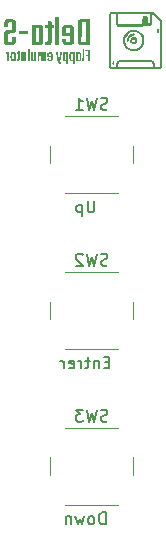
<source format=gbr>
%TF.GenerationSoftware,KiCad,Pcbnew,9.0.0*%
%TF.CreationDate,2025-03-11T00:37:20+03:00*%
%TF.ProjectId,delta_flop_arduino2,64656c74-615f-4666-9c6f-705f61726475,1*%
%TF.SameCoordinates,Original*%
%TF.FileFunction,Legend,Bot*%
%TF.FilePolarity,Positive*%
%FSLAX46Y46*%
G04 Gerber Fmt 4.6, Leading zero omitted, Abs format (unit mm)*
G04 Created by KiCad (PCBNEW 9.0.0) date 2025-03-11 00:37:20*
%MOMM*%
%LPD*%
G01*
G04 APERTURE LIST*
%ADD10C,0.150000*%
%ADD11C,0.120000*%
%ADD12C,0.000000*%
G04 APERTURE END LIST*
D10*
X203083332Y-76857200D02*
X202940475Y-76904819D01*
X202940475Y-76904819D02*
X202702380Y-76904819D01*
X202702380Y-76904819D02*
X202607142Y-76857200D01*
X202607142Y-76857200D02*
X202559523Y-76809580D01*
X202559523Y-76809580D02*
X202511904Y-76714342D01*
X202511904Y-76714342D02*
X202511904Y-76619104D01*
X202511904Y-76619104D02*
X202559523Y-76523866D01*
X202559523Y-76523866D02*
X202607142Y-76476247D01*
X202607142Y-76476247D02*
X202702380Y-76428628D01*
X202702380Y-76428628D02*
X202892856Y-76381009D01*
X202892856Y-76381009D02*
X202988094Y-76333390D01*
X202988094Y-76333390D02*
X203035713Y-76285771D01*
X203035713Y-76285771D02*
X203083332Y-76190533D01*
X203083332Y-76190533D02*
X203083332Y-76095295D01*
X203083332Y-76095295D02*
X203035713Y-76000057D01*
X203035713Y-76000057D02*
X202988094Y-75952438D01*
X202988094Y-75952438D02*
X202892856Y-75904819D01*
X202892856Y-75904819D02*
X202654761Y-75904819D01*
X202654761Y-75904819D02*
X202511904Y-75952438D01*
X202178570Y-75904819D02*
X201940475Y-76904819D01*
X201940475Y-76904819D02*
X201749999Y-76190533D01*
X201749999Y-76190533D02*
X201559523Y-76904819D01*
X201559523Y-76904819D02*
X201321428Y-75904819D01*
X200988094Y-76000057D02*
X200940475Y-75952438D01*
X200940475Y-75952438D02*
X200845237Y-75904819D01*
X200845237Y-75904819D02*
X200607142Y-75904819D01*
X200607142Y-75904819D02*
X200511904Y-75952438D01*
X200511904Y-75952438D02*
X200464285Y-76000057D01*
X200464285Y-76000057D02*
X200416666Y-76095295D01*
X200416666Y-76095295D02*
X200416666Y-76190533D01*
X200416666Y-76190533D02*
X200464285Y-76333390D01*
X200464285Y-76333390D02*
X201035713Y-76904819D01*
X201035713Y-76904819D02*
X200416666Y-76904819D01*
X203250000Y-85081009D02*
X202916667Y-85081009D01*
X202773810Y-85604819D02*
X203250000Y-85604819D01*
X203250000Y-85604819D02*
X203250000Y-84604819D01*
X203250000Y-84604819D02*
X202773810Y-84604819D01*
X202345238Y-84938152D02*
X202345238Y-85604819D01*
X202345238Y-85033390D02*
X202297619Y-84985771D01*
X202297619Y-84985771D02*
X202202381Y-84938152D01*
X202202381Y-84938152D02*
X202059524Y-84938152D01*
X202059524Y-84938152D02*
X201964286Y-84985771D01*
X201964286Y-84985771D02*
X201916667Y-85081009D01*
X201916667Y-85081009D02*
X201916667Y-85604819D01*
X201583333Y-84938152D02*
X201202381Y-84938152D01*
X201440476Y-84604819D02*
X201440476Y-85461961D01*
X201440476Y-85461961D02*
X201392857Y-85557200D01*
X201392857Y-85557200D02*
X201297619Y-85604819D01*
X201297619Y-85604819D02*
X201202381Y-85604819D01*
X200869047Y-85604819D02*
X200869047Y-84938152D01*
X200869047Y-85128628D02*
X200821428Y-85033390D01*
X200821428Y-85033390D02*
X200773809Y-84985771D01*
X200773809Y-84985771D02*
X200678571Y-84938152D01*
X200678571Y-84938152D02*
X200583333Y-84938152D01*
X199869047Y-85557200D02*
X199964285Y-85604819D01*
X199964285Y-85604819D02*
X200154761Y-85604819D01*
X200154761Y-85604819D02*
X200249999Y-85557200D01*
X200249999Y-85557200D02*
X200297618Y-85461961D01*
X200297618Y-85461961D02*
X200297618Y-85081009D01*
X200297618Y-85081009D02*
X200249999Y-84985771D01*
X200249999Y-84985771D02*
X200154761Y-84938152D01*
X200154761Y-84938152D02*
X199964285Y-84938152D01*
X199964285Y-84938152D02*
X199869047Y-84985771D01*
X199869047Y-84985771D02*
X199821428Y-85081009D01*
X199821428Y-85081009D02*
X199821428Y-85176247D01*
X199821428Y-85176247D02*
X200297618Y-85271485D01*
X199392856Y-85604819D02*
X199392856Y-84938152D01*
X199392856Y-85128628D02*
X199345237Y-85033390D01*
X199345237Y-85033390D02*
X199297618Y-84985771D01*
X199297618Y-84985771D02*
X199202380Y-84938152D01*
X199202380Y-84938152D02*
X199107142Y-84938152D01*
X203083332Y-90057200D02*
X202940475Y-90104819D01*
X202940475Y-90104819D02*
X202702380Y-90104819D01*
X202702380Y-90104819D02*
X202607142Y-90057200D01*
X202607142Y-90057200D02*
X202559523Y-90009580D01*
X202559523Y-90009580D02*
X202511904Y-89914342D01*
X202511904Y-89914342D02*
X202511904Y-89819104D01*
X202511904Y-89819104D02*
X202559523Y-89723866D01*
X202559523Y-89723866D02*
X202607142Y-89676247D01*
X202607142Y-89676247D02*
X202702380Y-89628628D01*
X202702380Y-89628628D02*
X202892856Y-89581009D01*
X202892856Y-89581009D02*
X202988094Y-89533390D01*
X202988094Y-89533390D02*
X203035713Y-89485771D01*
X203035713Y-89485771D02*
X203083332Y-89390533D01*
X203083332Y-89390533D02*
X203083332Y-89295295D01*
X203083332Y-89295295D02*
X203035713Y-89200057D01*
X203035713Y-89200057D02*
X202988094Y-89152438D01*
X202988094Y-89152438D02*
X202892856Y-89104819D01*
X202892856Y-89104819D02*
X202654761Y-89104819D01*
X202654761Y-89104819D02*
X202511904Y-89152438D01*
X202178570Y-89104819D02*
X201940475Y-90104819D01*
X201940475Y-90104819D02*
X201749999Y-89390533D01*
X201749999Y-89390533D02*
X201559523Y-90104819D01*
X201559523Y-90104819D02*
X201321428Y-89104819D01*
X201035713Y-89104819D02*
X200416666Y-89104819D01*
X200416666Y-89104819D02*
X200749999Y-89485771D01*
X200749999Y-89485771D02*
X200607142Y-89485771D01*
X200607142Y-89485771D02*
X200511904Y-89533390D01*
X200511904Y-89533390D02*
X200464285Y-89581009D01*
X200464285Y-89581009D02*
X200416666Y-89676247D01*
X200416666Y-89676247D02*
X200416666Y-89914342D01*
X200416666Y-89914342D02*
X200464285Y-90009580D01*
X200464285Y-90009580D02*
X200511904Y-90057200D01*
X200511904Y-90057200D02*
X200607142Y-90104819D01*
X200607142Y-90104819D02*
X200892856Y-90104819D01*
X200892856Y-90104819D02*
X200988094Y-90057200D01*
X200988094Y-90057200D02*
X201035713Y-90009580D01*
X202940475Y-98804819D02*
X202940475Y-97804819D01*
X202940475Y-97804819D02*
X202702380Y-97804819D01*
X202702380Y-97804819D02*
X202559523Y-97852438D01*
X202559523Y-97852438D02*
X202464285Y-97947676D01*
X202464285Y-97947676D02*
X202416666Y-98042914D01*
X202416666Y-98042914D02*
X202369047Y-98233390D01*
X202369047Y-98233390D02*
X202369047Y-98376247D01*
X202369047Y-98376247D02*
X202416666Y-98566723D01*
X202416666Y-98566723D02*
X202464285Y-98661961D01*
X202464285Y-98661961D02*
X202559523Y-98757200D01*
X202559523Y-98757200D02*
X202702380Y-98804819D01*
X202702380Y-98804819D02*
X202940475Y-98804819D01*
X201797618Y-98804819D02*
X201892856Y-98757200D01*
X201892856Y-98757200D02*
X201940475Y-98709580D01*
X201940475Y-98709580D02*
X201988094Y-98614342D01*
X201988094Y-98614342D02*
X201988094Y-98328628D01*
X201988094Y-98328628D02*
X201940475Y-98233390D01*
X201940475Y-98233390D02*
X201892856Y-98185771D01*
X201892856Y-98185771D02*
X201797618Y-98138152D01*
X201797618Y-98138152D02*
X201654761Y-98138152D01*
X201654761Y-98138152D02*
X201559523Y-98185771D01*
X201559523Y-98185771D02*
X201511904Y-98233390D01*
X201511904Y-98233390D02*
X201464285Y-98328628D01*
X201464285Y-98328628D02*
X201464285Y-98614342D01*
X201464285Y-98614342D02*
X201511904Y-98709580D01*
X201511904Y-98709580D02*
X201559523Y-98757200D01*
X201559523Y-98757200D02*
X201654761Y-98804819D01*
X201654761Y-98804819D02*
X201797618Y-98804819D01*
X201130951Y-98138152D02*
X200940475Y-98804819D01*
X200940475Y-98804819D02*
X200749999Y-98328628D01*
X200749999Y-98328628D02*
X200559523Y-98804819D01*
X200559523Y-98804819D02*
X200369047Y-98138152D01*
X199988094Y-98138152D02*
X199988094Y-98804819D01*
X199988094Y-98233390D02*
X199940475Y-98185771D01*
X199940475Y-98185771D02*
X199845237Y-98138152D01*
X199845237Y-98138152D02*
X199702380Y-98138152D01*
X199702380Y-98138152D02*
X199607142Y-98185771D01*
X199607142Y-98185771D02*
X199559523Y-98281009D01*
X199559523Y-98281009D02*
X199559523Y-98804819D01*
X203083332Y-63657200D02*
X202940475Y-63704819D01*
X202940475Y-63704819D02*
X202702380Y-63704819D01*
X202702380Y-63704819D02*
X202607142Y-63657200D01*
X202607142Y-63657200D02*
X202559523Y-63609580D01*
X202559523Y-63609580D02*
X202511904Y-63514342D01*
X202511904Y-63514342D02*
X202511904Y-63419104D01*
X202511904Y-63419104D02*
X202559523Y-63323866D01*
X202559523Y-63323866D02*
X202607142Y-63276247D01*
X202607142Y-63276247D02*
X202702380Y-63228628D01*
X202702380Y-63228628D02*
X202892856Y-63181009D01*
X202892856Y-63181009D02*
X202988094Y-63133390D01*
X202988094Y-63133390D02*
X203035713Y-63085771D01*
X203035713Y-63085771D02*
X203083332Y-62990533D01*
X203083332Y-62990533D02*
X203083332Y-62895295D01*
X203083332Y-62895295D02*
X203035713Y-62800057D01*
X203035713Y-62800057D02*
X202988094Y-62752438D01*
X202988094Y-62752438D02*
X202892856Y-62704819D01*
X202892856Y-62704819D02*
X202654761Y-62704819D01*
X202654761Y-62704819D02*
X202511904Y-62752438D01*
X202178570Y-62704819D02*
X201940475Y-63704819D01*
X201940475Y-63704819D02*
X201749999Y-62990533D01*
X201749999Y-62990533D02*
X201559523Y-63704819D01*
X201559523Y-63704819D02*
X201321428Y-62704819D01*
X200416666Y-63704819D02*
X200988094Y-63704819D01*
X200702380Y-63704819D02*
X200702380Y-62704819D01*
X200702380Y-62704819D02*
X200797618Y-62847676D01*
X200797618Y-62847676D02*
X200892856Y-62942914D01*
X200892856Y-62942914D02*
X200988094Y-62990533D01*
X201988094Y-71404819D02*
X201988094Y-72214342D01*
X201988094Y-72214342D02*
X201940475Y-72309580D01*
X201940475Y-72309580D02*
X201892856Y-72357200D01*
X201892856Y-72357200D02*
X201797618Y-72404819D01*
X201797618Y-72404819D02*
X201607142Y-72404819D01*
X201607142Y-72404819D02*
X201511904Y-72357200D01*
X201511904Y-72357200D02*
X201464285Y-72309580D01*
X201464285Y-72309580D02*
X201416666Y-72214342D01*
X201416666Y-72214342D02*
X201416666Y-71404819D01*
X200940475Y-71738152D02*
X200940475Y-72738152D01*
X200940475Y-71785771D02*
X200845237Y-71738152D01*
X200845237Y-71738152D02*
X200654761Y-71738152D01*
X200654761Y-71738152D02*
X200559523Y-71785771D01*
X200559523Y-71785771D02*
X200511904Y-71833390D01*
X200511904Y-71833390D02*
X200464285Y-71928628D01*
X200464285Y-71928628D02*
X200464285Y-72214342D01*
X200464285Y-72214342D02*
X200511904Y-72309580D01*
X200511904Y-72309580D02*
X200559523Y-72357200D01*
X200559523Y-72357200D02*
X200654761Y-72404819D01*
X200654761Y-72404819D02*
X200845237Y-72404819D01*
X200845237Y-72404819D02*
X200940475Y-72357200D01*
D11*
%TO.C,SW2*%
X198250000Y-81450000D02*
X198250000Y-79950000D01*
X199500000Y-77450000D02*
X204000000Y-77450000D01*
X204000000Y-83950000D02*
X199500000Y-83950000D01*
X205250000Y-79950000D02*
X205250000Y-81450000D01*
%TO.C,SW3*%
X198250000Y-94650000D02*
X198250000Y-93150000D01*
X199500000Y-90650000D02*
X204000000Y-90650000D01*
X204000000Y-97150000D02*
X199500000Y-97150000D01*
X205250000Y-93150000D02*
X205250000Y-94650000D01*
D12*
%TO.C,G\u002A\u002A\u002A*%
G36*
X196397720Y-57201950D02*
G01*
X196397720Y-57326055D01*
X196011618Y-57326055D01*
X195625516Y-57326055D01*
X195625516Y-57201950D01*
X195625516Y-57077846D01*
X196011618Y-57077846D01*
X196397720Y-57077846D01*
X196397720Y-57201950D01*
G37*
G36*
X196508035Y-59063514D02*
G01*
X196508035Y-59587510D01*
X196425299Y-59587510D01*
X196342562Y-59587510D01*
X196342562Y-59063514D01*
X196342562Y-58539518D01*
X196425299Y-58539518D01*
X196508035Y-58539518D01*
X196508035Y-59063514D01*
G37*
G36*
X201141259Y-59061682D02*
G01*
X201141259Y-59587510D01*
X201057915Y-59587510D01*
X200974570Y-59587510D01*
X200982073Y-59070409D01*
X200989577Y-58553308D01*
X201065418Y-58544581D01*
X201141259Y-58535855D01*
X201141259Y-59061682D01*
G37*
G36*
X203619100Y-59574684D02*
G01*
X203650125Y-59587884D01*
X203665482Y-59627918D01*
X203673291Y-59708946D01*
X203674064Y-59722819D01*
X203669844Y-59820009D01*
X203645712Y-59867101D01*
X203628323Y-59877225D01*
X203595765Y-59890031D01*
X203553747Y-59876152D01*
X203522877Y-59816477D01*
X203518240Y-59708946D01*
X203521627Y-59663300D01*
X203532114Y-59604093D01*
X203554120Y-59578953D01*
X203595765Y-59573720D01*
X203619100Y-59574684D01*
G37*
G36*
X199017698Y-57045671D02*
G01*
X199017589Y-57171420D01*
X199016755Y-57410573D01*
X199015176Y-57629552D01*
X199012944Y-57822526D01*
X199010151Y-57983665D01*
X199006886Y-58107138D01*
X199003243Y-58187116D01*
X198999312Y-58217767D01*
X198981232Y-58224753D01*
X198919669Y-58232955D01*
X198833840Y-58236152D01*
X198686754Y-58236152D01*
X198686754Y-57064057D01*
X198686754Y-55891961D01*
X198852226Y-55891961D01*
X199017698Y-55891961D01*
X199017698Y-57045671D01*
G37*
G36*
X207401382Y-56870853D02*
G01*
X207401914Y-56871206D01*
X207417487Y-56907922D01*
X207426636Y-56977566D01*
X207428773Y-57058826D01*
X207423309Y-57130388D01*
X207409658Y-57170939D01*
X207388617Y-57180585D01*
X207333817Y-57182430D01*
X207325142Y-57180879D01*
X207294426Y-57163119D01*
X207277791Y-57118092D01*
X207269268Y-57031874D01*
X207267558Y-56997687D01*
X207269092Y-56926605D01*
X207284134Y-56889669D01*
X207317284Y-56871516D01*
X207354724Y-56864396D01*
X207401382Y-56870853D01*
G37*
G36*
X194770575Y-59201408D02*
G01*
X194770575Y-59587510D01*
X194687839Y-59587510D01*
X194605103Y-59587510D01*
X194605103Y-59287133D01*
X194604970Y-59194868D01*
X194603245Y-59093753D01*
X194597717Y-59030866D01*
X194586170Y-58995996D01*
X194566389Y-58978929D01*
X194536156Y-58969453D01*
X194484424Y-58942530D01*
X194467210Y-58883727D01*
X194471652Y-58831897D01*
X194494744Y-58818744D01*
X194550085Y-58842959D01*
X194582219Y-58855610D01*
X194618846Y-58842959D01*
X194644841Y-58825503D01*
X194703256Y-58815305D01*
X194770575Y-58815305D01*
X194770575Y-59201408D01*
G37*
G36*
X205355636Y-57255148D02*
G01*
X205393204Y-57277467D01*
X205402172Y-57325410D01*
X205400375Y-57351108D01*
X205383400Y-57382637D01*
X205337745Y-57405146D01*
X205250489Y-57427314D01*
X205163071Y-57455599D01*
X205044205Y-57526044D01*
X204954366Y-57619475D01*
X204906618Y-57724599D01*
X204895306Y-57778921D01*
X204877650Y-57863840D01*
X204876025Y-57870654D01*
X204840666Y-57921845D01*
X204785489Y-57931259D01*
X204729408Y-57894930D01*
X204716008Y-57868962D01*
X204712885Y-57809321D01*
X204729181Y-57711635D01*
X204737899Y-57677258D01*
X204802725Y-57535953D01*
X204903289Y-57413483D01*
X205028466Y-57318753D01*
X205167131Y-57260670D01*
X205308161Y-57248139D01*
X205355636Y-57255148D01*
G37*
G36*
X197059609Y-59166481D02*
G01*
X197058922Y-59263783D01*
X197053558Y-59413341D01*
X197042790Y-59509816D01*
X197026515Y-59554415D01*
X196992467Y-59569659D01*
X196913005Y-59582672D01*
X196805885Y-59587510D01*
X196618350Y-59587510D01*
X196618350Y-59199576D01*
X196618350Y-58811642D01*
X196694191Y-58820368D01*
X196770033Y-58829095D01*
X196783822Y-59146250D01*
X196788450Y-59241478D01*
X196796430Y-59351020D01*
X196806549Y-59418989D01*
X196820251Y-59453684D01*
X196838979Y-59463405D01*
X196851563Y-59459667D01*
X196866923Y-59435001D01*
X196878177Y-59380076D01*
X196886767Y-59286592D01*
X196894137Y-59146250D01*
X196907926Y-58829095D01*
X196983768Y-58820368D01*
X197059609Y-58811642D01*
X197059609Y-59166481D01*
G37*
G36*
X201637676Y-59104882D02*
G01*
X201637676Y-59587510D01*
X201554940Y-59587510D01*
X201472204Y-59587510D01*
X201472204Y-59380669D01*
X201472204Y-59173829D01*
X201359971Y-59173829D01*
X201347780Y-59173792D01*
X201282762Y-59169296D01*
X201256997Y-59151411D01*
X201256551Y-59111777D01*
X201264184Y-59083148D01*
X201297080Y-59053975D01*
X201368784Y-59041165D01*
X201472204Y-59032606D01*
X201472204Y-58897888D01*
X201472204Y-58763170D01*
X201341205Y-58754764D01*
X201325642Y-58753699D01*
X201251386Y-58743705D01*
X201214970Y-58723095D01*
X201201393Y-58684307D01*
X201199297Y-58659917D01*
X201208049Y-58638770D01*
X201239790Y-58627520D01*
X201305243Y-58623052D01*
X201415129Y-58622254D01*
X201637676Y-58622254D01*
X201637676Y-59104882D01*
G37*
G36*
X205621921Y-57876674D02*
G01*
X205590778Y-58002179D01*
X205517106Y-58094396D01*
X205403691Y-58149494D01*
X205355937Y-58158813D01*
X205230765Y-58148917D01*
X205123216Y-58089490D01*
X205041830Y-57984427D01*
X205010130Y-57899988D01*
X205011126Y-57843046D01*
X205194417Y-57843046D01*
X205202417Y-57909501D01*
X205248676Y-57959395D01*
X205284850Y-57975857D01*
X205331412Y-57987944D01*
X205355799Y-57979662D01*
X205405826Y-57941726D01*
X205451286Y-57891594D01*
X205471118Y-57850050D01*
X205462728Y-57825979D01*
X205424293Y-57776601D01*
X205373501Y-57731732D01*
X205331412Y-57712157D01*
X205270648Y-57727814D01*
X205219039Y-57776870D01*
X205194417Y-57843046D01*
X205011126Y-57843046D01*
X205011997Y-57793217D01*
X205065287Y-57681762D01*
X205108653Y-57629157D01*
X205210637Y-57561949D01*
X205326483Y-57541354D01*
X205444514Y-57568287D01*
X205553049Y-57643658D01*
X205588826Y-57686076D01*
X205615677Y-57752356D01*
X205622801Y-57848455D01*
X205622751Y-57850050D01*
X205621921Y-57876674D01*
G37*
G36*
X200872785Y-58983839D02*
G01*
X200880242Y-59091862D01*
X200882245Y-59213366D01*
X200878903Y-59334667D01*
X200870325Y-59442081D01*
X200856619Y-59521925D01*
X200837894Y-59560514D01*
X200831519Y-59563993D01*
X200769025Y-59579608D01*
X200680097Y-59586132D01*
X200584995Y-59583892D01*
X200503979Y-59573211D01*
X200457307Y-59554415D01*
X200447433Y-59531645D01*
X200436033Y-59461274D01*
X200428404Y-59359476D01*
X200424671Y-59240290D01*
X200424960Y-59117756D01*
X200429396Y-59005914D01*
X200434665Y-58953199D01*
X200560037Y-58953199D01*
X200567966Y-59208302D01*
X200575896Y-59463405D01*
X200651737Y-59472132D01*
X200727579Y-59480858D01*
X200727579Y-59217029D01*
X200727579Y-58953199D01*
X200643808Y-58953199D01*
X200560037Y-58953199D01*
X200434665Y-58953199D01*
X200438103Y-58918803D01*
X200451208Y-58870463D01*
X200466298Y-58857389D01*
X200528255Y-58837993D01*
X200616058Y-58828782D01*
X200710594Y-58830025D01*
X200792749Y-58841990D01*
X200843409Y-58864947D01*
X200859767Y-58902981D01*
X200867852Y-58953199D01*
X200872785Y-58983839D01*
G37*
G36*
X196232248Y-59213058D02*
G01*
X196232088Y-59253583D01*
X196227421Y-59406178D01*
X196216393Y-59506956D01*
X196199153Y-59554415D01*
X196165105Y-59569659D01*
X196085643Y-59582672D01*
X195978523Y-59587510D01*
X195790988Y-59587510D01*
X195790988Y-59202591D01*
X195790988Y-59087055D01*
X195959363Y-59087055D01*
X195962320Y-59206071D01*
X195963277Y-59233134D01*
X195972831Y-59364770D01*
X195989519Y-59444622D01*
X196014221Y-59475293D01*
X196047815Y-59459383D01*
X196051586Y-59450741D01*
X196059363Y-59397104D01*
X196064757Y-59307880D01*
X196066775Y-59196811D01*
X196066273Y-59101917D01*
X196062863Y-59020933D01*
X196054077Y-58976228D01*
X196037466Y-58957187D01*
X196010583Y-58953199D01*
X195985446Y-58956214D01*
X195968933Y-58972566D01*
X195960903Y-59012700D01*
X195959363Y-59087055D01*
X195790988Y-59087055D01*
X195790988Y-58817673D01*
X195967453Y-58824580D01*
X195992536Y-58825615D01*
X196090860Y-58833278D01*
X196157810Y-58851931D01*
X196199405Y-58890406D01*
X196221664Y-58957531D01*
X196230605Y-59062138D01*
X196232071Y-59196811D01*
X196232248Y-59213058D01*
G37*
G36*
X195636935Y-58716896D02*
G01*
X195653094Y-58760148D01*
X195660773Y-58792313D01*
X195694463Y-58815305D01*
X195721446Y-58828800D01*
X195735831Y-58884252D01*
X195727734Y-58929225D01*
X195694463Y-58953199D01*
X195684444Y-58955067D01*
X195668769Y-58974340D01*
X195659190Y-59021817D01*
X195654401Y-59106466D01*
X195653094Y-59237260D01*
X195653026Y-59261385D01*
X195648582Y-59408256D01*
X195637455Y-59507060D01*
X195620000Y-59554415D01*
X195619238Y-59555154D01*
X195568975Y-59578031D01*
X195495896Y-59587510D01*
X195447126Y-59584913D01*
X195412700Y-59566187D01*
X195404886Y-59518563D01*
X195416791Y-59465775D01*
X195460043Y-59449616D01*
X195481791Y-59447212D01*
X195499907Y-59431739D01*
X195509959Y-59392612D01*
X195514279Y-59319334D01*
X195515201Y-59201408D01*
X195514667Y-59103542D01*
X195511228Y-59022020D01*
X195502533Y-58976787D01*
X195486249Y-58957346D01*
X195460043Y-58953199D01*
X195417813Y-58938318D01*
X195404886Y-58884252D01*
X195416791Y-58831465D01*
X195460043Y-58815305D01*
X195495700Y-58806241D01*
X195515201Y-58760148D01*
X195530082Y-58717918D01*
X195584148Y-58704991D01*
X195636935Y-58716896D01*
G37*
G36*
X201637676Y-57133004D02*
G01*
X201637676Y-58240898D01*
X201189522Y-58231615D01*
X201049398Y-58228082D01*
X200897342Y-58221030D01*
X200786431Y-58209567D01*
X200708536Y-58191601D01*
X200655527Y-58165039D01*
X200619274Y-58127791D01*
X200591648Y-58077763D01*
X200589055Y-58069657D01*
X200581013Y-58008981D01*
X200577929Y-57960365D01*
X200892230Y-57960365D01*
X201099481Y-57960365D01*
X201306732Y-57960365D01*
X201306732Y-57131795D01*
X201306732Y-56303226D01*
X201106786Y-56311329D01*
X200906840Y-56319431D01*
X200899535Y-57139898D01*
X200892230Y-57960365D01*
X200577929Y-57960365D01*
X200574345Y-57903872D01*
X200569050Y-57762627D01*
X200565128Y-57593545D01*
X200562580Y-57404923D01*
X200561406Y-57205058D01*
X200561605Y-57002250D01*
X200563178Y-56804794D01*
X200566125Y-56620990D01*
X200570445Y-56459136D01*
X200576139Y-56327528D01*
X200583207Y-56234464D01*
X200591648Y-56188244D01*
X200611099Y-56150713D01*
X200644147Y-56110132D01*
X200691697Y-56080818D01*
X200761880Y-56060680D01*
X200862826Y-56047624D01*
X201002663Y-56039559D01*
X201189522Y-56034393D01*
X201637676Y-56025109D01*
X201637676Y-56303226D01*
X201637676Y-57133004D01*
G37*
G36*
X197908433Y-59208302D02*
G01*
X197916106Y-59587510D01*
X197833495Y-59587510D01*
X197750884Y-59587510D01*
X197743086Y-59277249D01*
X197740859Y-59194093D01*
X197736491Y-59086799D01*
X197729680Y-59019313D01*
X197718290Y-58981884D01*
X197700187Y-58964756D01*
X197673236Y-58958176D01*
X197650791Y-58956079D01*
X197631681Y-58962817D01*
X197619984Y-58988324D01*
X197613882Y-59041699D01*
X197611555Y-59132037D01*
X197611183Y-59268436D01*
X197611183Y-59587510D01*
X197528447Y-59587510D01*
X197445711Y-59587510D01*
X197445711Y-59270354D01*
X197445587Y-59192816D01*
X197444027Y-59081669D01*
X197439366Y-59011466D01*
X197429983Y-58972875D01*
X197414253Y-58956563D01*
X197390554Y-58953199D01*
X197377069Y-58953916D01*
X197357739Y-58962885D01*
X197345530Y-58989683D01*
X197338818Y-59043639D01*
X197335981Y-59134085D01*
X197335396Y-59270354D01*
X197335396Y-59587510D01*
X197252660Y-59587510D01*
X197169924Y-59587510D01*
X197169924Y-59246152D01*
X197169925Y-59240480D01*
X197171835Y-59082487D01*
X197179473Y-58971387D01*
X197195935Y-58899222D01*
X197224319Y-58858030D01*
X197267724Y-58839850D01*
X197329247Y-58836722D01*
X197374909Y-58837726D01*
X197477024Y-58838778D01*
X197584216Y-58837674D01*
X197721498Y-58834257D01*
X197900760Y-58829095D01*
X197908433Y-59208302D01*
G37*
G36*
X198211021Y-56228424D02*
G01*
X198369598Y-56236695D01*
X198377934Y-56381484D01*
X198383423Y-56456402D01*
X198395095Y-56504461D01*
X198420737Y-56523129D01*
X198469076Y-56526272D01*
X198508042Y-56527410D01*
X198537684Y-56539935D01*
X198546741Y-56578372D01*
X198543476Y-56657271D01*
X198540481Y-56697544D01*
X198529594Y-56758480D01*
X198505628Y-56786459D01*
X198459229Y-56796996D01*
X198383388Y-56805723D01*
X198383388Y-57383930D01*
X198383239Y-57484532D01*
X198381056Y-57691219D01*
X198374834Y-57851880D01*
X198362764Y-57972960D01*
X198343038Y-58060901D01*
X198313845Y-58122147D01*
X198273377Y-58163142D01*
X198219824Y-58190329D01*
X198151376Y-58210152D01*
X198127842Y-58214987D01*
X198035409Y-58227118D01*
X197935233Y-58233329D01*
X197804235Y-58236152D01*
X197804235Y-58084469D01*
X197804235Y-57932786D01*
X197911599Y-57932786D01*
X197995130Y-57922517D01*
X198035703Y-57889163D01*
X198035739Y-57889067D01*
X198041006Y-57848358D01*
X198045589Y-57762016D01*
X198049210Y-57639502D01*
X198051588Y-57490276D01*
X198052443Y-57323799D01*
X198052443Y-56802059D01*
X197928339Y-56802059D01*
X197804235Y-56802059D01*
X197804235Y-56664165D01*
X197804235Y-56526272D01*
X197928339Y-56526272D01*
X198052443Y-56526272D01*
X198052443Y-56373213D01*
X198052443Y-56220153D01*
X198211021Y-56228424D01*
G37*
G36*
X199762324Y-59312604D02*
G01*
X199762324Y-59808139D01*
X199679587Y-59808139D01*
X199661821Y-59807965D01*
X199617823Y-59800004D01*
X199600118Y-59768559D01*
X199596851Y-59697824D01*
X199596602Y-59661365D01*
X199588943Y-59609721D01*
X199559135Y-59590409D01*
X199492052Y-59587510D01*
X199477190Y-59587190D01*
X199402013Y-59576199D01*
X199354159Y-59554415D01*
X199348755Y-59546619D01*
X199333390Y-59483816D01*
X199324150Y-59366579D01*
X199321417Y-59214819D01*
X199472747Y-59214819D01*
X199472761Y-59229285D01*
X199474824Y-59346127D01*
X199481529Y-59418751D01*
X199494525Y-59457041D01*
X199515460Y-59470876D01*
X199549036Y-59472472D01*
X199573844Y-59454962D01*
X199588354Y-59408722D01*
X199595159Y-59324962D01*
X199596851Y-59194893D01*
X199596851Y-59190908D01*
X199596152Y-59075670D01*
X199592287Y-59005039D01*
X199582567Y-58968753D01*
X199564301Y-58956552D01*
X199534799Y-58958176D01*
X199506915Y-58964847D01*
X199487982Y-58983062D01*
X199477747Y-59023472D01*
X199473554Y-59097062D01*
X199472747Y-59214819D01*
X199321417Y-59214819D01*
X199321064Y-59195209D01*
X199321089Y-59121797D01*
X199323666Y-58995238D01*
X199335166Y-58910998D01*
X199362256Y-58860237D01*
X199411604Y-58834115D01*
X199489878Y-58823791D01*
X199603746Y-58820425D01*
X199762324Y-58817069D01*
X199762324Y-59194893D01*
X199762324Y-59312604D01*
G37*
G36*
X200313898Y-59312604D02*
G01*
X200313898Y-59808139D01*
X200231162Y-59808139D01*
X200213396Y-59807965D01*
X200169398Y-59800004D01*
X200151693Y-59768559D01*
X200148426Y-59697824D01*
X200148176Y-59661365D01*
X200140518Y-59609721D01*
X200110709Y-59590409D01*
X200043626Y-59587510D01*
X200028764Y-59587190D01*
X199953587Y-59576199D01*
X199905733Y-59554415D01*
X199900329Y-59546619D01*
X199884964Y-59483816D01*
X199875724Y-59366579D01*
X199872991Y-59214819D01*
X200024321Y-59214819D01*
X200024336Y-59229285D01*
X200026398Y-59346127D01*
X200033103Y-59418751D01*
X200046099Y-59457041D01*
X200067034Y-59470876D01*
X200100610Y-59472472D01*
X200125418Y-59454962D01*
X200139928Y-59408722D01*
X200146733Y-59324962D01*
X200148426Y-59194893D01*
X200148425Y-59190908D01*
X200147727Y-59075670D01*
X200143862Y-59005039D01*
X200134141Y-58968753D01*
X200115875Y-58956552D01*
X200086373Y-58958176D01*
X200058489Y-58964847D01*
X200039556Y-58983062D01*
X200029322Y-59023472D01*
X200025129Y-59097062D01*
X200024321Y-59214819D01*
X199872991Y-59214819D01*
X199872638Y-59195209D01*
X199872664Y-59121797D01*
X199875241Y-58995238D01*
X199886741Y-58910998D01*
X199913831Y-58860237D01*
X199963179Y-58834115D01*
X200041453Y-58823791D01*
X200155320Y-58820425D01*
X200313898Y-58817069D01*
X200313898Y-59194893D01*
X200313898Y-59312604D01*
G37*
G36*
X199207530Y-58818349D02*
G01*
X199244090Y-58830260D01*
X199246255Y-58854658D01*
X199237968Y-58922708D01*
X199220445Y-59021622D01*
X199196423Y-59139241D01*
X199168641Y-59263403D01*
X199139840Y-59381950D01*
X199112756Y-59482722D01*
X199090130Y-59553558D01*
X199074700Y-59582298D01*
X199059451Y-59589614D01*
X199043205Y-59621856D01*
X199064283Y-59655010D01*
X199114224Y-59670246D01*
X199126929Y-59670537D01*
X199171780Y-59686710D01*
X199183170Y-59739193D01*
X199181660Y-59766044D01*
X199161199Y-59800026D01*
X199103490Y-59808139D01*
X199061050Y-59806155D01*
X199006508Y-59791985D01*
X198962972Y-59758161D01*
X198926694Y-59697692D01*
X198893926Y-59603586D01*
X198860922Y-59468851D01*
X198823934Y-59286494D01*
X198807377Y-59200165D01*
X198781434Y-59062597D01*
X198760676Y-58949551D01*
X198746902Y-58870898D01*
X198741911Y-58836508D01*
X198762773Y-58821796D01*
X198817323Y-58820368D01*
X198850810Y-58826641D01*
X198876992Y-58844168D01*
X198896573Y-58883356D01*
X198914772Y-58955122D01*
X198936803Y-59070381D01*
X198946131Y-59120023D01*
X198966947Y-59221210D01*
X198984577Y-59294541D01*
X198995963Y-59326759D01*
X199002570Y-59323483D01*
X199016579Y-59282631D01*
X199030417Y-59209576D01*
X199038803Y-59153359D01*
X199062527Y-59011318D01*
X199084572Y-58914120D01*
X199107582Y-58854138D01*
X199134200Y-58823742D01*
X199167070Y-58815305D01*
X199207530Y-58818349D01*
G37*
G36*
X195349569Y-59253583D02*
G01*
X195344902Y-59406178D01*
X195333874Y-59506956D01*
X195316634Y-59554415D01*
X195286466Y-59568666D01*
X195212176Y-59582295D01*
X195115309Y-59587510D01*
X195039738Y-59584378D01*
X194958524Y-59572445D01*
X194913985Y-59554415D01*
X194909651Y-59548600D01*
X194893770Y-59489239D01*
X194884135Y-59376890D01*
X194880932Y-59215197D01*
X195046363Y-59215197D01*
X195046380Y-59259514D01*
X195047449Y-59365430D01*
X195052158Y-59429825D01*
X195063225Y-59463029D01*
X195083369Y-59475375D01*
X195115309Y-59477195D01*
X195126972Y-59477128D01*
X195154845Y-59473067D01*
X195171790Y-59455174D01*
X195180528Y-59413120D01*
X195183777Y-59336571D01*
X195184256Y-59215197D01*
X195184239Y-59170880D01*
X195183170Y-59064963D01*
X195178461Y-59000569D01*
X195167394Y-58967365D01*
X195147250Y-58955018D01*
X195115309Y-58953199D01*
X195103647Y-58953265D01*
X195075774Y-58957327D01*
X195058828Y-58975220D01*
X195050090Y-59017274D01*
X195046841Y-59093823D01*
X195046363Y-59215197D01*
X194880932Y-59215197D01*
X194880890Y-59213058D01*
X194880898Y-59199123D01*
X194883258Y-59050760D01*
X194893405Y-58948370D01*
X194916512Y-58883479D01*
X194957750Y-58847618D01*
X195022292Y-58832314D01*
X195115309Y-58829095D01*
X195123817Y-58829107D01*
X195214396Y-58832972D01*
X195276908Y-58849593D01*
X195316525Y-58887440D01*
X195338420Y-58954986D01*
X195347763Y-59060701D01*
X195349729Y-59213058D01*
X195349721Y-59215197D01*
X195349569Y-59253583D01*
G37*
G36*
X198463430Y-59056731D02*
G01*
X198466124Y-59208492D01*
X198465178Y-59279659D01*
X198459514Y-59394611D01*
X198449874Y-59484451D01*
X198437575Y-59534165D01*
X198433386Y-59541399D01*
X198402573Y-59569837D01*
X198346912Y-59583646D01*
X198251418Y-59587087D01*
X198229493Y-59586944D01*
X198126227Y-59581056D01*
X198063240Y-59561649D01*
X198028017Y-59521939D01*
X198008043Y-59455140D01*
X198000042Y-59394861D01*
X198018490Y-59371050D01*
X198076574Y-59366880D01*
X198103716Y-59367731D01*
X198150386Y-59382301D01*
X198162758Y-59422037D01*
X198177639Y-59464267D01*
X198231705Y-59477195D01*
X198237709Y-59477155D01*
X198279138Y-59469544D01*
X198296888Y-59437954D01*
X198300651Y-59366880D01*
X198300651Y-59256565D01*
X198148969Y-59256565D01*
X197997286Y-59256565D01*
X197997286Y-59080680D01*
X197997938Y-59049725D01*
X198162758Y-59049725D01*
X198165991Y-59106585D01*
X198185079Y-59139038D01*
X198231705Y-59146250D01*
X198272319Y-59141724D01*
X198295500Y-59115001D01*
X198300651Y-59049725D01*
X198297418Y-58992864D01*
X198278331Y-58960411D01*
X198231705Y-58953199D01*
X198191090Y-58957725D01*
X198167909Y-58984448D01*
X198162758Y-59049725D01*
X197997938Y-59049725D01*
X197998639Y-59016426D01*
X198013378Y-58919796D01*
X198051969Y-58862886D01*
X198123777Y-58835912D01*
X198238167Y-58829095D01*
X198314595Y-58831886D01*
X198382614Y-58847580D01*
X198426726Y-58884681D01*
X198451981Y-58951596D01*
X198462667Y-59049725D01*
X198463430Y-59056731D01*
G37*
G36*
X200253175Y-57348120D02*
G01*
X200254783Y-57485139D01*
X200256531Y-57667027D01*
X200256766Y-57805180D01*
X200254973Y-57906658D01*
X200250637Y-57978525D01*
X200243245Y-58027843D01*
X200232282Y-58061675D01*
X200217232Y-58087082D01*
X200197581Y-58111127D01*
X200197311Y-58111441D01*
X200124061Y-58170297D01*
X200037675Y-58207913D01*
X199917734Y-58225464D01*
X199770272Y-58231830D01*
X199623114Y-58226669D01*
X199503057Y-58209881D01*
X199399739Y-58174260D01*
X199329787Y-58115961D01*
X199289407Y-58025373D01*
X199270932Y-57891996D01*
X199259481Y-57712157D01*
X199426580Y-57712157D01*
X199593680Y-57712157D01*
X199602160Y-57829366D01*
X199610641Y-57946576D01*
X199762324Y-57946576D01*
X199914007Y-57946576D01*
X199921975Y-57705262D01*
X199929943Y-57463948D01*
X199597925Y-57463948D01*
X199265907Y-57463948D01*
X199265907Y-57215740D01*
X199594531Y-57215740D01*
X199762324Y-57215740D01*
X199930116Y-57215740D01*
X199922061Y-57002005D01*
X199914007Y-56788270D01*
X199762324Y-56788270D01*
X199610641Y-56788270D01*
X199602586Y-57002005D01*
X199594531Y-57215740D01*
X199265907Y-57215740D01*
X199265907Y-57075725D01*
X199265907Y-56687501D01*
X199346521Y-56606887D01*
X199381088Y-56573855D01*
X199414937Y-56550757D01*
X199458178Y-56536688D01*
X199522252Y-56529409D01*
X199618600Y-56526683D01*
X199758664Y-56526272D01*
X199845029Y-56526459D01*
X199960640Y-56528471D01*
X200039167Y-56534234D01*
X200092143Y-56545623D01*
X200131101Y-56564516D01*
X200167572Y-56592788D01*
X200244951Y-56659304D01*
X200251594Y-57215740D01*
X200253175Y-57348120D01*
G37*
G36*
X206217996Y-57975867D02*
G01*
X206165796Y-58177061D01*
X206071032Y-58360756D01*
X205938724Y-58518735D01*
X205773893Y-58642779D01*
X205581559Y-58724674D01*
X205535850Y-58735442D01*
X205384901Y-58750674D01*
X205218971Y-58744909D01*
X205060647Y-58719803D01*
X204932516Y-58677016D01*
X204895371Y-58657593D01*
X204738444Y-58544204D01*
X204598926Y-58394640D01*
X204491820Y-58224314D01*
X204463453Y-58163061D01*
X204431905Y-58072032D01*
X204416826Y-57976000D01*
X204412966Y-57850050D01*
X204413334Y-57825988D01*
X204585906Y-57825988D01*
X204603793Y-57995187D01*
X204672171Y-58173954D01*
X204683499Y-58195980D01*
X204785558Y-58346214D01*
X204916690Y-58458569D01*
X205088568Y-58543405D01*
X205177920Y-58571687D01*
X205356889Y-58590919D01*
X205529522Y-58556601D01*
X205669106Y-58494307D01*
X205832292Y-58376708D01*
X205951803Y-58227977D01*
X206025257Y-58051347D01*
X206050271Y-57850050D01*
X206025886Y-57652622D01*
X205952351Y-57474855D01*
X205832003Y-57324752D01*
X205667188Y-57206255D01*
X205655949Y-57200249D01*
X205469427Y-57130669D01*
X205282246Y-57113039D01*
X205102000Y-57144988D01*
X204936283Y-57224148D01*
X204792690Y-57348148D01*
X204678816Y-57514621D01*
X204618622Y-57655168D01*
X204585906Y-57825988D01*
X204413334Y-57825988D01*
X204414177Y-57770916D01*
X204424001Y-57665583D01*
X204448133Y-57575512D01*
X204491820Y-57475786D01*
X204501337Y-57456914D01*
X204618633Y-57280616D01*
X204769800Y-57129477D01*
X204940227Y-57018399D01*
X205008675Y-56988677D01*
X205087998Y-56967345D01*
X205185444Y-56956838D01*
X205319435Y-56954031D01*
X205327158Y-56954046D01*
X205520808Y-56967284D01*
X205680182Y-57009433D01*
X205820759Y-57086570D01*
X205958021Y-57204774D01*
X206067058Y-57331863D01*
X206157555Y-57496974D01*
X206212297Y-57692348D01*
X206222612Y-57765391D01*
X206220755Y-57850050D01*
X206217996Y-57975867D01*
G37*
G36*
X197657985Y-57626854D02*
G01*
X197654899Y-57784783D01*
X197650913Y-57901995D01*
X197645351Y-57985650D01*
X197637537Y-58042910D01*
X197626795Y-58080935D01*
X197612450Y-58106888D01*
X197593825Y-58127928D01*
X197525628Y-58175906D01*
X197442142Y-58209944D01*
X197342675Y-58223562D01*
X197227515Y-58219491D01*
X197124601Y-58198390D01*
X197054730Y-58162790D01*
X197028629Y-58140367D01*
X197008156Y-58136421D01*
X197004452Y-58178097D01*
X197001416Y-58208540D01*
X196982719Y-58227693D01*
X196935236Y-58233612D01*
X196845874Y-58230634D01*
X196687296Y-58222363D01*
X196680003Y-57374317D01*
X196679986Y-57372348D01*
X197004874Y-57372348D01*
X197005407Y-57555167D01*
X197007776Y-57691532D01*
X197012590Y-57788172D01*
X197020457Y-57852816D01*
X197031988Y-57893192D01*
X197047790Y-57917027D01*
X197069791Y-57932786D01*
X197145137Y-57955565D01*
X197231895Y-57957815D01*
X197301522Y-57937261D01*
X197309435Y-57927622D01*
X197319731Y-57890237D01*
X197326564Y-57821186D01*
X197330214Y-57714606D01*
X197330966Y-57564639D01*
X197329101Y-57365425D01*
X197321607Y-56815848D01*
X197186382Y-56807270D01*
X197172508Y-56806496D01*
X197075319Y-56810717D01*
X197028226Y-56834849D01*
X197021459Y-56867781D01*
X197014929Y-56948012D01*
X197009713Y-57065191D01*
X197006224Y-57209806D01*
X197004874Y-57372348D01*
X196679986Y-57372348D01*
X196672710Y-56526272D01*
X196838581Y-56526272D01*
X196868780Y-56526455D01*
X196951447Y-56531207D01*
X196993024Y-56544512D01*
X197004452Y-56569204D01*
X197006005Y-56590242D01*
X197021477Y-56596719D01*
X197065746Y-56569204D01*
X197075035Y-56563487D01*
X197152596Y-56539014D01*
X197259133Y-56526968D01*
X197373996Y-56527464D01*
X197476532Y-56540617D01*
X197546089Y-56566542D01*
X197549921Y-56569257D01*
X197586205Y-56600191D01*
X197614267Y-56639103D01*
X197635017Y-56692727D01*
X197649364Y-56767800D01*
X197658216Y-56871057D01*
X197662482Y-57009233D01*
X197663072Y-57189064D01*
X197660894Y-57417286D01*
X197660846Y-57421046D01*
X197658850Y-57564639D01*
X197657985Y-57626854D01*
G37*
G36*
X194908469Y-56035230D02*
G01*
X195034775Y-56045945D01*
X195169291Y-56075139D01*
X195258931Y-56122571D01*
X195308467Y-56190087D01*
X195317436Y-56225477D01*
X195329021Y-56314333D01*
X195338095Y-56433696D01*
X195344074Y-56568877D01*
X195346374Y-56705187D01*
X195344410Y-56827937D01*
X195337598Y-56922439D01*
X195309166Y-57051839D01*
X195253942Y-57154067D01*
X195226127Y-57183502D01*
X195188778Y-57208765D01*
X195136166Y-57224626D01*
X195055000Y-57234750D01*
X194931989Y-57242798D01*
X194674050Y-57257108D01*
X194666224Y-57570316D01*
X194664219Y-57701006D01*
X194668094Y-57816350D01*
X194681814Y-57891718D01*
X194708480Y-57935349D01*
X194751197Y-57955485D01*
X194813065Y-57960365D01*
X194854071Y-57959847D01*
X194928532Y-57950266D01*
X194969780Y-57919765D01*
X194987456Y-57856987D01*
X194991205Y-57750574D01*
X194991205Y-57574263D01*
X195156678Y-57574263D01*
X195322150Y-57574263D01*
X195322150Y-57807144D01*
X195322089Y-57835046D01*
X195319251Y-57945165D01*
X195309940Y-58018166D01*
X195291097Y-58069014D01*
X195259662Y-58112673D01*
X195259098Y-58113324D01*
X195186834Y-58171415D01*
X195101084Y-58209657D01*
X195005222Y-58223975D01*
X194882686Y-58228527D01*
X194749849Y-58224314D01*
X194623025Y-58212353D01*
X194518529Y-58193661D01*
X194452675Y-58169253D01*
X194436462Y-58158014D01*
X194396402Y-58120398D01*
X194367566Y-58070145D01*
X194348196Y-57998763D01*
X194336536Y-57897757D01*
X194330828Y-57758635D01*
X194329316Y-57572903D01*
X194329316Y-57161453D01*
X194409770Y-57071387D01*
X194411928Y-57068973D01*
X194452243Y-57027089D01*
X194491254Y-57000656D01*
X194543071Y-56985433D01*
X194621805Y-56977178D01*
X194741566Y-56971650D01*
X194992908Y-56961980D01*
X194985162Y-56640706D01*
X194977416Y-56319431D01*
X194858168Y-56310851D01*
X194836199Y-56309527D01*
X194747059Y-56314925D01*
X194693430Y-56347432D01*
X194667201Y-56416018D01*
X194660261Y-56529649D01*
X194660261Y-56691744D01*
X194494788Y-56691744D01*
X194329316Y-56691744D01*
X194329419Y-56478009D01*
X194330312Y-56424220D01*
X194346488Y-56278634D01*
X194387274Y-56171057D01*
X194458268Y-56097208D01*
X194565066Y-56052807D01*
X194713268Y-56033575D01*
X194908469Y-56035230D01*
G37*
G36*
X207732573Y-60114012D02*
G01*
X207664880Y-60181706D01*
X207597187Y-60249399D01*
X205471118Y-60249399D01*
X203345050Y-60249399D01*
X203277357Y-60181706D01*
X203209663Y-60114012D01*
X203209663Y-57850050D01*
X203209663Y-55616174D01*
X203402714Y-55616174D01*
X203402714Y-57850050D01*
X203402714Y-60083927D01*
X203606443Y-60083927D01*
X203810171Y-60083927D01*
X203817752Y-59949752D01*
X203981868Y-59949752D01*
X203981868Y-60083927D01*
X205471118Y-60083927D01*
X206960369Y-60083927D01*
X206960369Y-59949752D01*
X206946979Y-59830815D01*
X206903210Y-59742912D01*
X206846051Y-59670246D01*
X205471118Y-59670246D01*
X204096186Y-59670246D01*
X204039027Y-59742912D01*
X203995610Y-59829538D01*
X203981868Y-59949752D01*
X203817752Y-59949752D01*
X203821027Y-59891800D01*
X203826886Y-59811960D01*
X203840600Y-59730004D01*
X203865752Y-59672139D01*
X203908246Y-59619967D01*
X203914409Y-59613764D01*
X203997737Y-59551598D01*
X204089858Y-59508728D01*
X204135789Y-59501723D01*
X204233326Y-59494867D01*
X204372874Y-59489057D01*
X204547494Y-59484293D01*
X204750246Y-59480576D01*
X204974189Y-59477904D01*
X205212384Y-59476279D01*
X205457891Y-59475700D01*
X205703769Y-59476167D01*
X205943080Y-59477680D01*
X206168882Y-59480239D01*
X206374237Y-59483845D01*
X206552204Y-59488496D01*
X206695843Y-59494194D01*
X206798214Y-59500938D01*
X206852378Y-59508728D01*
X206860671Y-59511379D01*
X206953758Y-59557269D01*
X207033990Y-59619967D01*
X207065333Y-59656072D01*
X207095276Y-59710178D01*
X207111933Y-59782620D01*
X207121210Y-59891800D01*
X207132066Y-60083927D01*
X207335794Y-60083927D01*
X207539522Y-60083927D01*
X207539522Y-58150035D01*
X207539522Y-56216143D01*
X207238903Y-55916159D01*
X207182200Y-55860345D01*
X207079999Y-55763737D01*
X206992708Y-55686298D01*
X206928156Y-55634840D01*
X206894169Y-55616174D01*
X206881652Y-55618866D01*
X206867926Y-55636233D01*
X206858785Y-55676718D01*
X206853347Y-55748328D01*
X206850731Y-55859070D01*
X206850054Y-56016951D01*
X206848753Y-56157305D01*
X206841302Y-56324342D01*
X206825878Y-56448430D01*
X206800935Y-56536706D01*
X206764927Y-56596306D01*
X206716309Y-56634367D01*
X206714584Y-56635166D01*
X206668913Y-56642956D01*
X206572670Y-56649504D01*
X206425094Y-56654825D01*
X206225422Y-56658936D01*
X205972891Y-56661852D01*
X205666740Y-56663590D01*
X205306206Y-56664165D01*
X203951782Y-56664165D01*
X203884088Y-56596472D01*
X203861261Y-56572246D01*
X203842694Y-56544119D01*
X203830118Y-56505957D01*
X203822365Y-56448737D01*
X203818271Y-56363433D01*
X203816670Y-56241021D01*
X203816395Y-56072477D01*
X203816395Y-55616174D01*
X203981868Y-55616174D01*
X203981868Y-56043644D01*
X203981868Y-56471114D01*
X205016069Y-56471114D01*
X206050271Y-56471114D01*
X206050271Y-56210912D01*
X206050305Y-56193305D01*
X206243322Y-56193305D01*
X206243333Y-56216290D01*
X206244351Y-56334599D01*
X206248460Y-56409271D01*
X206257675Y-56450271D01*
X206274010Y-56467564D01*
X206299479Y-56471114D01*
X206302942Y-56471091D01*
X206327438Y-56466761D01*
X206342343Y-56447881D01*
X206349481Y-56404311D01*
X206350673Y-56325911D01*
X206347741Y-56202541D01*
X206345171Y-56127018D01*
X206339114Y-56027291D01*
X206329524Y-55967063D01*
X206314361Y-55936241D01*
X206291585Y-55924732D01*
X206271055Y-55925023D01*
X206256383Y-55942349D01*
X206247998Y-55986557D01*
X206244209Y-56067069D01*
X206243322Y-56193305D01*
X206050305Y-56193305D01*
X206050312Y-56189410D01*
X206054599Y-56037098D01*
X206068298Y-55928406D01*
X206094756Y-55853283D01*
X206137324Y-55801679D01*
X206199350Y-55763545D01*
X206252038Y-55741278D01*
X206312591Y-55733360D01*
X206380539Y-55753787D01*
X206436134Y-55783710D01*
X206489450Y-55839747D01*
X206523449Y-55923089D01*
X206541428Y-56042751D01*
X206546688Y-56207747D01*
X206548181Y-56324852D01*
X206548253Y-56325911D01*
X206554070Y-56411311D01*
X206565467Y-56457464D01*
X206583460Y-56471114D01*
X206596790Y-56470055D01*
X206638617Y-56452729D01*
X206641638Y-56444152D01*
X206647704Y-56389834D01*
X206652579Y-56295133D01*
X206655824Y-56170218D01*
X206657003Y-56025258D01*
X206657003Y-55616174D01*
X205319435Y-55616174D01*
X203981868Y-55616174D01*
X203816395Y-55616174D01*
X203609555Y-55616174D01*
X203402714Y-55616174D01*
X203209663Y-55616174D01*
X203209663Y-55586088D01*
X203277357Y-55518395D01*
X203345050Y-55450702D01*
X205184523Y-55450702D01*
X207023996Y-55450702D01*
X207339269Y-55760962D01*
X207402187Y-55823588D01*
X207507293Y-55931505D01*
X207596125Y-56026846D01*
X207660831Y-56101085D01*
X207693558Y-56145695D01*
X207700162Y-56163619D01*
X207706969Y-56198539D01*
X207712791Y-56251881D01*
X207717699Y-56327320D01*
X207721764Y-56428528D01*
X207725057Y-56559178D01*
X207727649Y-56722945D01*
X207729611Y-56923501D01*
X207731013Y-57164520D01*
X207731927Y-57449675D01*
X207732424Y-57782641D01*
X207732573Y-58167090D01*
X207732573Y-60083927D01*
X207732573Y-60114012D01*
G37*
D11*
%TO.C,SW1*%
X198250000Y-68250000D02*
X198250000Y-66750000D01*
X199500000Y-64250000D02*
X204000000Y-64250000D01*
X204000000Y-70750000D02*
X199500000Y-70750000D01*
X205250000Y-66750000D02*
X205250000Y-68250000D01*
%TD*%
M02*

</source>
